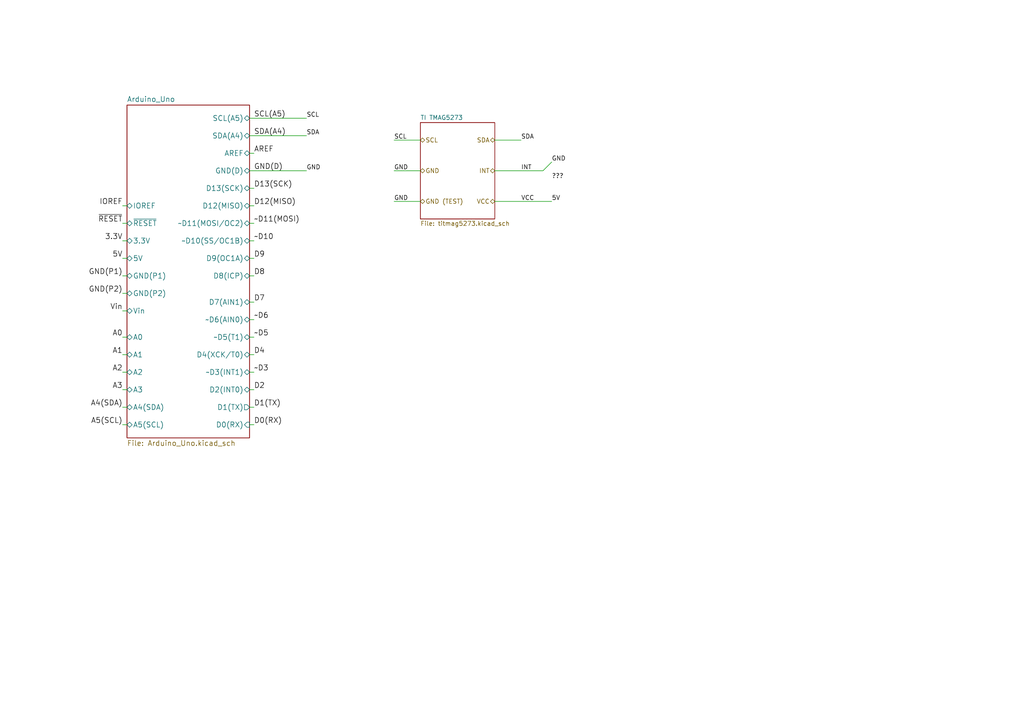
<source format=kicad_sch>
(kicad_sch
	(version 20250114)
	(generator "eeschema")
	(generator_version "9.0")
	(uuid "27582fd7-39d2-44f2-a08d-f3c0b376bc80")
	(paper "A4")
	(lib_symbols)
	(wire
		(pts
			(xy 72.39 123.19) (xy 73.66 123.19)
		)
		(stroke
			(width 0)
			(type default)
		)
		(uuid "0688541d-d8ee-44c5-b9a1-98ca73d017c0")
	)
	(wire
		(pts
			(xy 35.56 74.93) (xy 36.83 74.93)
		)
		(stroke
			(width 0)
			(type default)
		)
		(uuid "09611f44-8079-4671-9d6b-91d8ea5cb090")
	)
	(wire
		(pts
			(xy 35.56 97.79) (xy 36.83 97.79)
		)
		(stroke
			(width 0)
			(type default)
		)
		(uuid "10db8e2a-70e1-4d6b-a67e-0ba5ef04c042")
	)
	(wire
		(pts
			(xy 72.39 92.71) (xy 73.66 92.71)
		)
		(stroke
			(width 0)
			(type default)
		)
		(uuid "15f21b98-1303-483b-9c04-02dca0dbcf40")
	)
	(wire
		(pts
			(xy 157.48 49.53) (xy 160.02 46.99)
		)
		(stroke
			(width 0)
			(type default)
		)
		(uuid "16976e0e-1b44-4c1d-96b7-7bc193dae7e9")
	)
	(wire
		(pts
			(xy 143.51 49.53) (xy 157.48 49.53)
		)
		(stroke
			(width 0)
			(type default)
		)
		(uuid "17182cc4-33f2-4ddb-8a09-e6d2d1b1f180")
	)
	(wire
		(pts
			(xy 35.56 85.09) (xy 36.83 85.09)
		)
		(stroke
			(width 0)
			(type default)
		)
		(uuid "253f93e3-7f87-4be9-8f76-d59fa53a987a")
	)
	(wire
		(pts
			(xy 72.39 64.77) (xy 73.66 64.77)
		)
		(stroke
			(width 0)
			(type default)
		)
		(uuid "2970de10-e7ef-4911-91c6-c1f32d5ed1c2")
	)
	(wire
		(pts
			(xy 35.56 102.87) (xy 36.83 102.87)
		)
		(stroke
			(width 0)
			(type default)
		)
		(uuid "2a7820bd-58e6-4cc5-b690-f3392a9073ee")
	)
	(wire
		(pts
			(xy 143.51 40.64) (xy 151.13 40.64)
		)
		(stroke
			(width 0)
			(type default)
		)
		(uuid "44005def-12c7-402d-bd18-35dac676d8ac")
	)
	(wire
		(pts
			(xy 72.39 102.87) (xy 73.66 102.87)
		)
		(stroke
			(width 0)
			(type default)
		)
		(uuid "44f21b83-9a15-40eb-b063-91706f675f02")
	)
	(wire
		(pts
			(xy 72.39 80.01) (xy 73.66 80.01)
		)
		(stroke
			(width 0)
			(type default)
		)
		(uuid "453705d9-4b3a-44f6-8ad3-07614c8088fe")
	)
	(wire
		(pts
			(xy 72.39 39.37) (xy 88.9 39.37)
		)
		(stroke
			(width 0)
			(type default)
		)
		(uuid "4bd3dc84-cbdc-4acd-9d9d-0c3c0aba2dc9")
	)
	(wire
		(pts
			(xy 72.39 87.63) (xy 73.66 87.63)
		)
		(stroke
			(width 0)
			(type default)
		)
		(uuid "65e4af00-cd3d-40a4-8fdc-66b53b0f79dd")
	)
	(wire
		(pts
			(xy 114.3 58.42) (xy 121.92 58.42)
		)
		(stroke
			(width 0)
			(type default)
		)
		(uuid "67ea423e-045b-45b0-a3fe-ce1fa346eb94")
	)
	(wire
		(pts
			(xy 35.56 64.77) (xy 36.83 64.77)
		)
		(stroke
			(width 0)
			(type default)
		)
		(uuid "69cae30a-93e6-4ab6-8e0f-b36201e58673")
	)
	(wire
		(pts
			(xy 35.56 118.11) (xy 36.83 118.11)
		)
		(stroke
			(width 0)
			(type default)
		)
		(uuid "76a991e4-29c5-45c5-bfdc-7d8d5b46f570")
	)
	(wire
		(pts
			(xy 72.39 34.29) (xy 88.9 34.29)
		)
		(stroke
			(width 0)
			(type default)
		)
		(uuid "7a6953fb-fd99-4611-bf19-53898fb5244a")
	)
	(wire
		(pts
			(xy 72.39 54.61) (xy 73.66 54.61)
		)
		(stroke
			(width 0)
			(type default)
		)
		(uuid "7f5bc8eb-117e-43de-8b8f-1a5a0bc2f54c")
	)
	(wire
		(pts
			(xy 35.56 123.19) (xy 36.83 123.19)
		)
		(stroke
			(width 0)
			(type default)
		)
		(uuid "81e500c2-c1de-4c76-9001-82b8a28b173c")
	)
	(wire
		(pts
			(xy 72.39 74.93) (xy 73.66 74.93)
		)
		(stroke
			(width 0)
			(type default)
		)
		(uuid "8a3de6b0-a6e9-414f-9fe0-b4c637f994ee")
	)
	(wire
		(pts
			(xy 143.51 58.42) (xy 160.02 58.42)
		)
		(stroke
			(width 0)
			(type default)
		)
		(uuid "8bf2dd34-75a7-49db-9b25-88b364ec18d2")
	)
	(wire
		(pts
			(xy 35.56 90.17) (xy 36.83 90.17)
		)
		(stroke
			(width 0)
			(type default)
		)
		(uuid "9062d97e-0d28-4778-b78e-c22f5320aac9")
	)
	(wire
		(pts
			(xy 35.56 69.85) (xy 36.83 69.85)
		)
		(stroke
			(width 0)
			(type default)
		)
		(uuid "949e8839-b0ed-4772-a183-12b01f82c00a")
	)
	(wire
		(pts
			(xy 72.39 113.03) (xy 73.66 113.03)
		)
		(stroke
			(width 0)
			(type default)
		)
		(uuid "9d264c25-8d68-4694-bf3d-6f7b12fa1097")
	)
	(wire
		(pts
			(xy 35.56 59.69) (xy 36.83 59.69)
		)
		(stroke
			(width 0)
			(type default)
		)
		(uuid "9df1468e-7a58-471e-817a-0d4408e1dc51")
	)
	(wire
		(pts
			(xy 72.39 44.45) (xy 73.66 44.45)
		)
		(stroke
			(width 0)
			(type default)
		)
		(uuid "a2a0b7eb-7d81-48dc-8492-3046bdb3db92")
	)
	(wire
		(pts
			(xy 35.56 113.03) (xy 36.83 113.03)
		)
		(stroke
			(width 0)
			(type default)
		)
		(uuid "ab258818-630b-469e-a977-184545286c31")
	)
	(wire
		(pts
			(xy 72.39 97.79) (xy 73.66 97.79)
		)
		(stroke
			(width 0)
			(type default)
		)
		(uuid "b9847f7d-c805-4989-b9cd-d8ad02aeb556")
	)
	(wire
		(pts
			(xy 35.56 80.01) (xy 36.83 80.01)
		)
		(stroke
			(width 0)
			(type default)
		)
		(uuid "c32a843e-7545-40db-ac96-dc45191da438")
	)
	(wire
		(pts
			(xy 72.39 69.85) (xy 73.66 69.85)
		)
		(stroke
			(width 0)
			(type default)
		)
		(uuid "c4a6496d-1422-4b38-aba2-44c2bcd46b82")
	)
	(wire
		(pts
			(xy 72.39 59.69) (xy 73.66 59.69)
		)
		(stroke
			(width 0)
			(type default)
		)
		(uuid "c5aa1fd0-d888-4a8b-a395-ed9cb115f1d0")
	)
	(wire
		(pts
			(xy 72.39 118.11) (xy 73.66 118.11)
		)
		(stroke
			(width 0)
			(type default)
		)
		(uuid "d3a8d5c4-fa9e-4a20-a7e7-39a522dcaa91")
	)
	(wire
		(pts
			(xy 114.3 40.64) (xy 121.92 40.64)
		)
		(stroke
			(width 0)
			(type default)
		)
		(uuid "de89ddc9-5f9b-4f2d-a047-cfa878af5379")
	)
	(wire
		(pts
			(xy 72.39 49.53) (xy 88.9 49.53)
		)
		(stroke
			(width 0)
			(type default)
		)
		(uuid "ef01519d-de02-45c5-97e1-bab1a9c2d4a1")
	)
	(wire
		(pts
			(xy 114.3 49.53) (xy 121.92 49.53)
		)
		(stroke
			(width 0)
			(type default)
		)
		(uuid "f7a9e61d-ec85-47ce-92b8-ba799ad42f7d")
	)
	(wire
		(pts
			(xy 35.56 107.95) (xy 36.83 107.95)
		)
		(stroke
			(width 0)
			(type default)
		)
		(uuid "f8c2fb4c-96f5-4302-885b-ca3c01547b21")
	)
	(wire
		(pts
			(xy 72.39 107.95) (xy 73.66 107.95)
		)
		(stroke
			(width 0)
			(type default)
		)
		(uuid "fb7c4ba1-a3fc-47f7-bac2-2455750d1619")
	)
	(label "VCC"
		(at 151.13 58.42 0)
		(effects
			(font
				(size 1.27 1.27)
			)
			(justify left bottom)
		)
		(uuid "07671f52-d268-488d-9d65-79f5ced790b0")
	)
	(label "~D6"
		(at 73.66 92.71 0)
		(effects
			(font
				(size 1.524 1.524)
			)
			(justify left bottom)
		)
		(uuid "09f6a490-0431-4715-8b07-e54c1333fd49")
	)
	(label "D4"
		(at 73.66 102.87 0)
		(effects
			(font
				(size 1.524 1.524)
			)
			(justify left bottom)
		)
		(uuid "1151115c-b31f-4174-b35f-6078d53856fd")
	)
	(label "A4(SDA)"
		(at 35.56 118.11 180)
		(effects
			(font
				(size 1.524 1.524)
			)
			(justify right bottom)
		)
		(uuid "1247e174-eb73-4544-a3af-8b54f5178e83")
	)
	(label "SCL"
		(at 114.3 40.64 0)
		(effects
			(font
				(size 1.27 1.27)
			)
			(justify left bottom)
		)
		(uuid "12a8fbd0-ee04-4358-aa93-4133dda37be3")
	)
	(label "~D3"
		(at 73.66 107.95 0)
		(effects
			(font
				(size 1.524 1.524)
			)
			(justify left bottom)
		)
		(uuid "12c97736-cede-4b85-a0ae-13c4266209a0")
	)
	(label "D7"
		(at 73.66 87.63 0)
		(effects
			(font
				(size 1.524 1.524)
			)
			(justify left bottom)
		)
		(uuid "1a533490-810f-4f59-8ea1-ba2a96ea01ce")
	)
	(label "A5(SCL)"
		(at 35.56 123.19 180)
		(effects
			(font
				(size 1.524 1.524)
			)
			(justify right bottom)
		)
		(uuid "1b9fc4bc-45dd-4331-81d9-03a29ef4e41f")
	)
	(label "A2"
		(at 35.56 107.95 180)
		(effects
			(font
				(size 1.524 1.524)
			)
			(justify right bottom)
		)
		(uuid "281bb89c-0565-464a-9000-46b91bf9f6f0")
	)
	(label "SCL"
		(at 88.9 34.29 0)
		(effects
			(font
				(size 1.27 1.27)
			)
			(justify left bottom)
		)
		(uuid "2835110f-df8e-4270-8dbf-5fda7226d072")
	)
	(label "D9"
		(at 73.66 74.93 0)
		(effects
			(font
				(size 1.524 1.524)
			)
			(justify left bottom)
		)
		(uuid "2f4fa889-f1b8-4c42-87d4-e4d299bff014")
	)
	(label "D13(SCK)"
		(at 73.66 54.61 0)
		(effects
			(font
				(size 1.524 1.524)
			)
			(justify left bottom)
		)
		(uuid "309bd3b8-e194-4dd9-ad9c-24e48cec23a2")
	)
	(label "A1"
		(at 35.56 102.87 180)
		(effects
			(font
				(size 1.524 1.524)
			)
			(justify right bottom)
		)
		(uuid "338bd4aa-2f4a-4e6a-b382-6060a65e664d")
	)
	(label "Vin"
		(at 35.56 90.17 180)
		(effects
			(font
				(size 1.524 1.524)
			)
			(justify right bottom)
		)
		(uuid "3f425405-9243-42d6-9def-e4dd825774fb")
	)
	(label "~D11(MOSI)"
		(at 73.66 64.77 0)
		(effects
			(font
				(size 1.524 1.524)
			)
			(justify left bottom)
		)
		(uuid "43633740-42ed-42b5-b6bc-7af84afee032")
	)
	(label "GND(D)"
		(at 73.66 49.53 0)
		(effects
			(font
				(size 1.524 1.524)
			)
			(justify left bottom)
		)
		(uuid "495d526c-0ff1-4d2d-8d6f-22446fb53185")
	)
	(label "A3"
		(at 35.56 113.03 180)
		(effects
			(font
				(size 1.524 1.524)
			)
			(justify right bottom)
		)
		(uuid "4b7efffa-de09-4041-b50a-e8350ed86221")
	)
	(label "5V"
		(at 35.56 74.93 180)
		(effects
			(font
				(size 1.524 1.524)
			)
			(justify right bottom)
		)
		(uuid "4ef11605-c84c-4f28-8834-8ae81ea54c6b")
	)
	(label "GND(P2)"
		(at 35.56 85.09 180)
		(effects
			(font
				(size 1.524 1.524)
			)
			(justify right bottom)
		)
		(uuid "50071304-3641-4b66-858e-40a007069c1e")
	)
	(label "AREF"
		(at 73.66 44.45 0)
		(effects
			(font
				(size 1.524 1.524)
			)
			(justify left bottom)
		)
		(uuid "58767afd-b6e6-494f-9e71-8eda61ff8fa1")
	)
	(label "IOREF"
		(at 35.56 59.69 180)
		(effects
			(font
				(size 1.524 1.524)
			)
			(justify right bottom)
		)
		(uuid "5c9065ed-76c8-4c29-bb27-36850a1ee508")
	)
	(label "3.3V"
		(at 35.56 69.85 180)
		(effects
			(font
				(size 1.524 1.524)
			)
			(justify right bottom)
		)
		(uuid "5eb57254-7f2b-4ea2-b30b-dee3111d71a4")
	)
	(label "5V"
		(at 160.02 58.42 0)
		(effects
			(font
				(size 1.27 1.27)
			)
			(justify left bottom)
		)
		(uuid "60e0b170-ec33-4180-8623-79d29552a0de")
	)
	(label "GND"
		(at 88.9 49.53 0)
		(effects
			(font
				(size 1.27 1.27)
			)
			(justify left bottom)
		)
		(uuid "62925e1c-75dd-4666-b406-08f67bc5b692")
	)
	(label "INT"
		(at 151.13 49.53 0)
		(effects
			(font
				(size 1.27 1.27)
			)
			(justify left bottom)
		)
		(uuid "70feadd0-2df5-4fe3-955e-ca5f49830592")
	)
	(label "~D5"
		(at 73.66 97.79 0)
		(effects
			(font
				(size 1.524 1.524)
			)
			(justify left bottom)
		)
		(uuid "73260266-fb3f-4f5a-9ee1-574b9134ae0d")
	)
	(label "SCL(A5)"
		(at 73.66 34.29 0)
		(effects
			(font
				(size 1.524 1.524)
			)
			(justify left bottom)
		)
		(uuid "73e14919-621b-4bc3-b13e-0a7b288868de")
	)
	(label "???"
		(at 160.02 52.07 0)
		(effects
			(font
				(size 1.27 1.27)
			)
			(justify left bottom)
		)
		(uuid "7ca968c2-5886-45c7-9086-ada61e1fb1d6")
	)
	(label "~D10"
		(at 73.66 69.85 0)
		(effects
			(font
				(size 1.524 1.524)
			)
			(justify left bottom)
		)
		(uuid "84be6b90-4b02-4bce-87c8-80aaf314fcdf")
	)
	(label "GND"
		(at 114.3 58.42 0)
		(effects
			(font
				(size 1.27 1.27)
			)
			(justify left bottom)
		)
		(uuid "8c67c797-3da6-4ca7-b597-b0ead010a1b4")
	)
	(label "~{RESET}"
		(at 35.56 64.77 180)
		(effects
			(font
				(size 1.524 1.524)
			)
			(justify right bottom)
		)
		(uuid "8f412226-9cf8-4a83-b0ab-61beebc96933")
	)
	(label "GND(P1)"
		(at 35.56 80.01 180)
		(effects
			(font
				(size 1.524 1.524)
			)
			(justify right bottom)
		)
		(uuid "a8737ee9-caa1-4a9a-bfac-68e722668c61")
	)
	(label "D12(MISO)"
		(at 73.66 59.69 0)
		(effects
			(font
				(size 1.524 1.524)
			)
			(justify left bottom)
		)
		(uuid "aa46acba-c674-4f91-b4fe-17214753b29d")
	)
	(label "SDA"
		(at 151.13 40.64 0)
		(effects
			(font
				(size 1.27 1.27)
			)
			(justify left bottom)
		)
		(uuid "ad5cac76-a111-48f3-a428-5998c439e97e")
	)
	(label "A0"
		(at 35.56 97.79 180)
		(effects
			(font
				(size 1.524 1.524)
			)
			(justify right bottom)
		)
		(uuid "c5cc4c51-71ee-4311-b331-de6a77c5410a")
	)
	(label "D1(TX)"
		(at 73.66 118.11 0)
		(effects
			(font
				(size 1.524 1.524)
			)
			(justify left bottom)
		)
		(uuid "d1b1e6d7-f3a9-4a87-9d2a-bec7e61d2e7d")
	)
	(label "SDA"
		(at 88.9 39.37 0)
		(effects
			(font
				(size 1.27 1.27)
			)
			(justify left bottom)
		)
		(uuid "d31b4f60-2aa0-41a8-9d5a-7ec2b45ad47c")
	)
	(label "D8"
		(at 73.66 80.01 0)
		(effects
			(font
				(size 1.524 1.524)
			)
			(justify left bottom)
		)
		(uuid "dcc7bbc4-92af-414f-bb12-8da2b0823f44")
	)
	(label "D0(RX)"
		(at 73.66 123.19 0)
		(effects
			(font
				(size 1.524 1.524)
			)
			(justify left bottom)
		)
		(uuid "e53257be-8a61-4f03-a18a-a8a91102a402")
	)
	(label "SDA(A4)"
		(at 73.66 39.37 0)
		(effects
			(font
				(size 1.524 1.524)
			)
			(justify left bottom)
		)
		(uuid "ecf8b8a0-ea8c-4f23-8ba6-587db01e810c")
	)
	(label "D2"
		(at 73.66 113.03 0)
		(effects
			(font
				(size 1.524 1.524)
			)
			(justify left bottom)
		)
		(uuid "f82e7671-3b1d-4322-adbb-074fdcb02cf1")
	)
	(label "GND"
		(at 160.02 46.99 0)
		(effects
			(font
				(size 1.27 1.27)
			)
			(justify left bottom)
		)
		(uuid "f9bfa37d-ca7e-4b59-bc6c-0bad2b078cf7")
	)
	(label "GND"
		(at 114.3 49.53 0)
		(effects
			(font
				(size 1.27 1.27)
			)
			(justify left bottom)
		)
		(uuid "ffe4f81d-1c4f-4095-9204-061ea7f45225")
	)
	(hierarchical_label "SDA"
		(shape bidirectional)
		(at 143.51 40.64 180)
		(effects
			(font
				(size 1.27 1.27)
			)
			(justify right)
		)
		(uuid "30905edb-e05e-4bdb-8765-1fcf99480a7c")
	)
	(hierarchical_label "VCC"
		(shape bidirectional)
		(at 143.51 58.42 180)
		(effects
			(font
				(size 1.27 1.27)
			)
			(justify right)
		)
		(uuid "5a8cc1fd-63c2-4fa8-a5c3-b7b94793d205")
	)
	(hierarchical_label "SCL"
		(shape bidirectional)
		(at 121.92 40.64 0)
		(effects
			(font
				(size 1.27 1.27)
			)
			(justify left)
		)
		(uuid "71c84f74-e2b9-4ef5-a8bc-bbeb21acc2ee")
	)
	(hierarchical_label "INT"
		(shape bidirectional)
		(at 143.51 49.53 180)
		(effects
			(font
				(size 1.27 1.27)
			)
			(justify right)
		)
		(uuid "7a5330da-00e4-4258-a953-b745eae5d9d9")
	)
	(hierarchical_label "GND (TEST)"
		(shape bidirectional)
		(at 121.92 58.42 0)
		(effects
			(font
				(size 1.27 1.27)
			)
			(justify left)
		)
		(uuid "828bb869-5cbb-4d1a-a395-b66817308b07")
	)
	(hierarchical_label "GND"
		(shape bidirectional)
		(at 121.92 49.53 0)
		(effects
			(font
				(size 1.27 1.27)
			)
			(justify left)
		)
		(uuid "f9f5d0b4-2329-4a7c-90df-55f625dfe362")
	)
	(sheet
		(at 121.92 35.56)
		(size 21.59 27.94)
		(exclude_from_sim no)
		(in_bom yes)
		(on_board yes)
		(dnp no)
		(fields_autoplaced yes)
		(stroke
			(width 0.1524)
			(type solid)
		)
		(fill
			(color 0 0 0 0.0000)
		)
		(uuid "5626b9f9-b906-4090-9099-c55f08a31a6e")
		(property "Sheetname" "TI TMAG5273"
			(at 121.92 34.8484 0)
			(effects
				(font
					(size 1.27 1.27)
				)
				(justify left bottom)
			)
		)
		(property "Sheetfile" "titmag5273.kicad_sch"
			(at 121.92 64.0846 0)
			(effects
				(font
					(size 1.27 1.27)
				)
				(justify left top)
			)
		)
		(instances
			(project "scheme"
				(path "/27582fd7-39d2-44f2-a08d-f3c0b376bc80"
					(page "3")
				)
			)
		)
	)
	(sheet
		(at 36.83 30.48)
		(size 35.56 96.52)
		(exclude_from_sim no)
		(in_bom yes)
		(on_board yes)
		(dnp no)
		(fields_autoplaced yes)
		(stroke
			(width 0)
			(type solid)
		)
		(fill
			(color 0 0 0 0.0000)
		)
		(uuid "84c89527-3c40-466e-8a49-bfcc14b11980")
		(property "Sheetname" "Arduino_Uno"
			(at 36.83 29.6541 0)
			(effects
				(font
					(size 1.4986 1.4986)
				)
				(justify left bottom)
			)
		)
		(property "Sheetfile" "Arduino_Uno.kicad_sch"
			(at 36.83 127.676 0)
			(effects
				(font
					(size 1.4986 1.4986)
				)
				(justify left top)
			)
		)
		(pin "D0(RX)" input
			(at 72.39 123.19 0)
			(uuid "504b26ef-48ed-459e-a4a0-63f2f2eabc3a")
			(effects
				(font
					(size 1.4986 1.4986)
				)
				(justify right)
			)
		)
		(pin "D1(TX)" output
			(at 72.39 118.11 0)
			(uuid "ee51e071-45eb-43a0-b7c8-34ddedee3952")
			(effects
				(font
					(size 1.4986 1.4986)
				)
				(justify right)
			)
		)
		(pin "D2(INT0)" bidirectional
			(at 72.39 113.03 0)
			(uuid "7344870d-8e21-4fe7-be5c-081bfb756b20")
			(effects
				(font
					(size 1.4986 1.4986)
				)
				(justify right)
			)
		)
		(pin "~D3(INT1)" bidirectional
			(at 72.39 107.95 0)
			(uuid "2f576540-1397-487a-8af6-2dc4a46378ad")
			(effects
				(font
					(size 1.4986 1.4986)
				)
				(justify right)
			)
		)
		(pin "D4(XCK/T0)" bidirectional
			(at 72.39 102.87 0)
			(uuid "afe70b14-51d2-4dda-9d88-877b83889e1c")
			(effects
				(font
					(size 1.4986 1.4986)
				)
				(justify right)
			)
		)
		(pin "~D5(T1)" bidirectional
			(at 72.39 97.79 0)
			(uuid "bad46a38-76d4-4b47-86e5-024d53afb6b0")
			(effects
				(font
					(size 1.4986 1.4986)
				)
				(justify right)
			)
		)
		(pin "~D6(AIN0)" bidirectional
			(at 72.39 92.71 0)
			(uuid "a20c4ca4-7217-4cd3-814a-de9920e696a8")
			(effects
				(font
					(size 1.4986 1.4986)
				)
				(justify right)
			)
		)
		(pin "D7(AIN1)" bidirectional
			(at 72.39 87.63 0)
			(uuid "55c27222-7d3f-4e4c-8eb7-7b2faa0e029a")
			(effects
				(font
					(size 1.4986 1.4986)
				)
				(justify right)
			)
		)
		(pin "D8(ICP)" bidirectional
			(at 72.39 80.01 0)
			(uuid "453dc639-0256-46e3-b492-7abebaae6630")
			(effects
				(font
					(size 1.4986 1.4986)
				)
				(justify right)
			)
		)
		(pin "D9(OC1A)" bidirectional
			(at 72.39 74.93 0)
			(uuid "07840391-432a-4295-bd69-6dc08ca66955")
			(effects
				(font
					(size 1.4986 1.4986)
				)
				(justify right)
			)
		)
		(pin "~D10(SS/OC1B)" bidirectional
			(at 72.39 69.85 0)
			(uuid "029cd749-3bcd-4f01-bf0b-330deba28b8c")
			(effects
				(font
					(size 1.4986 1.4986)
				)
				(justify right)
			)
		)
		(pin "~D11(MOSI/OC2)" bidirectional
			(at 72.39 64.77 0)
			(uuid "2712187f-8287-471d-b9cc-9d31693e8c30")
			(effects
				(font
					(size 1.4986 1.4986)
				)
				(justify right)
			)
		)
		(pin "D12(MISO)" bidirectional
			(at 72.39 59.69 0)
			(uuid "b0c334fd-ba61-4adf-8aec-186195a1f699")
			(effects
				(font
					(size 1.4986 1.4986)
				)
				(justify right)
			)
		)
		(pin "D13(SCK)" bidirectional
			(at 72.39 54.61 0)
			(uuid "ab64fa73-5f3e-48c9-b088-959a9bbce35a")
			(effects
				(font
					(size 1.4986 1.4986)
				)
				(justify right)
			)
		)
		(pin "GND(D)" bidirectional
			(at 72.39 49.53 0)
			(uuid "7f38f9e6-eb53-4e79-887c-140f33eac1da")
			(effects
				(font
					(size 1.4986 1.4986)
				)
				(justify right)
			)
		)
		(pin "AREF" bidirectional
			(at 72.39 44.45 0)
			(uuid "a0ee7008-cab0-429d-a907-90d49c32ec86")
			(effects
				(font
					(size 1.4986 1.4986)
				)
				(justify right)
			)
		)
		(pin "SDA(A4)" bidirectional
			(at 72.39 39.37 0)
			(uuid "bb2a345d-bb7e-4e83-997d-0a86f56ea2b5")
			(effects
				(font
					(size 1.4986 1.4986)
				)
				(justify right)
			)
		)
		(pin "SCL(A5)" bidirectional
			(at 72.39 34.29 0)
			(uuid "e4e9887d-548f-471f-99e3-99af822fed2b")
			(effects
				(font
					(size 1.4986 1.4986)
				)
				(justify right)
			)
		)
		(pin "IOREF" bidirectional
			(at 36.83 59.69 180)
			(uuid "856e8999-2b6b-45a2-9359-7fc55dacfcf8")
			(effects
				(font
					(size 1.4986 1.4986)
				)
				(justify left)
			)
		)
		(pin "~{RESET}" bidirectional
			(at 36.83 64.77 180)
			(uuid "8db5ac7a-cf27-492b-8cca-6c9abdec110b")
			(effects
				(font
					(size 1.4986 1.4986)
				)
				(justify left)
			)
		)
		(pin "3.3V" bidirectional
			(at 36.83 69.85 180)
			(uuid "c9a1fa11-09e7-4624-bef7-1df45625aa4d")
			(effects
				(font
					(size 1.4986 1.4986)
				)
				(justify left)
			)
		)
		(pin "5V" bidirectional
			(at 36.83 74.93 180)
			(uuid "bb27aa53-9f7b-4e03-a023-5f62bcb87ffa")
			(effects
				(font
					(size 1.4986 1.4986)
				)
				(justify left)
			)
		)
		(pin "GND(P1)" bidirectional
			(at 36.83 80.01 180)
			(uuid "d1248813-6bea-4b6d-a86b-b6914a5dcd18")
			(effects
				(font
					(size 1.4986 1.4986)
				)
				(justify left)
			)
		)
		(pin "GND(P2)" bidirectional
			(at 36.83 85.09 180)
			(uuid "a07f37e5-c8c9-48ce-a6bb-c54898cccbe5")
			(effects
				(font
					(size 1.4986 1.4986)
				)
				(justify left)
			)
		)
		(pin "Vin" bidirectional
			(at 36.83 90.17 180)
			(uuid "0a3468e6-a20a-45d3-9f62-318416d5a58d")
			(effects
				(font
					(size 1.4986 1.4986)
				)
				(justify left)
			)
		)
		(pin "A0" bidirectional
			(at 36.83 97.79 180)
			(uuid "29d2d4b6-fe75-4e48-8d82-48d4c5996da9")
			(effects
				(font
					(size 1.4986 1.4986)
				)
				(justify left)
			)
		)
		(pin "A1" bidirectional
			(at 36.83 102.87 180)
			(uuid "4cc34105-a533-4c17-9cc6-3e55bc6bac56")
			(effects
				(font
					(size 1.4986 1.4986)
				)
				(justify left)
			)
		)
		(pin "A2" bidirectional
			(at 36.83 107.95 180)
			(uuid "b2d7b593-aa85-4beb-a3be-a5b072a53cfc")
			(effects
				(font
					(size 1.4986 1.4986)
				)
				(justify left)
			)
		)
		(pin "A3" bidirectional
			(at 36.83 113.03 180)
			(uuid "d041dd5c-efd4-4cbe-8a02-50c6041021a9")
			(effects
				(font
					(size 1.4986 1.4986)
				)
				(justify left)
			)
		)
		(pin "A4(SDA)" bidirectional
			(at 36.83 118.11 180)
			(uuid "35160647-3c40-4084-a151-a74ee311d85c")
			(effects
				(font
					(size 1.4986 1.4986)
				)
				(justify left)
			)
		)
		(pin "A5(SCL)" bidirectional
			(at 36.83 123.19 180)
			(uuid "763f76ab-c228-4906-8bf0-ccded2bd71f7")
			(effects
				(font
					(size 1.4986 1.4986)
				)
				(justify left)
			)
		)
		(instances
			(project "scheme"
				(path "/27582fd7-39d2-44f2-a08d-f3c0b376bc80"
					(page "2")
				)
			)
		)
	)
	(sheet_instances
		(path "/"
			(page "1")
		)
	)
	(embedded_fonts no)
)

</source>
